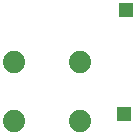
<source format=gbs>
G75*
%MOIN*%
%OFA0B0*%
%FSLAX25Y25*%
%IPPOS*%
%LPD*%
%AMOC8*
5,1,8,0,0,1.08239X$1,22.5*
%
%ADD10C,0.07428*%
%ADD11R,0.04600X0.04600*%
D10*
X0006177Y0015252D03*
X0006177Y0034937D03*
X0027949Y0034937D03*
X0027949Y0015252D03*
D11*
X0042614Y0017575D03*
X0043283Y0052181D03*
M02*

</source>
